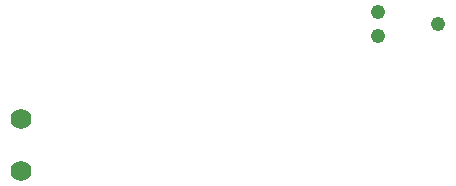
<source format=gbr>
G04 start of page 8 for group -4062 idx -4062 *
G04 Title: (unknown), soldermask *
G04 Creator: pcb 20140316 *
G04 CreationDate: Wed 15 Apr 2020 03:13:27 PM GMT UTC *
G04 For: railfan *
G04 Format: Gerber/RS-274X *
G04 PCB-Dimensions (mil): 2000.00 1000.00 *
G04 PCB-Coordinate-Origin: lower left *
%MOIN*%
%FSLAX25Y25*%
%LNBOTTOMMASK*%
%ADD64C,0.0693*%
%ADD63C,0.0490*%
G54D63*X163000Y90500D03*
X143000Y86500D03*
Y94500D03*
G54D64*X24122Y58661D03*
Y41339D03*
M02*

</source>
